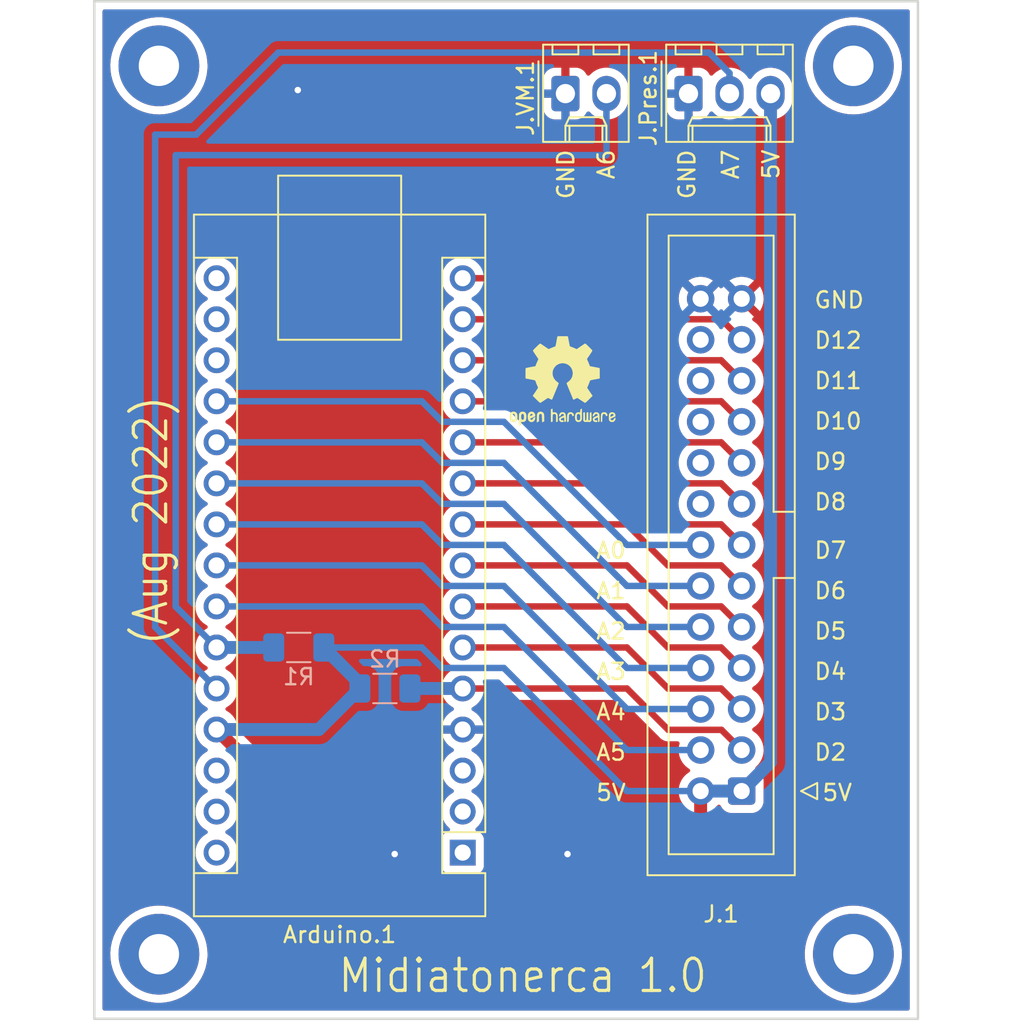
<source format=kicad_pcb>
(kicad_pcb (version 20211014) (generator pcbnew)
  (layers (0 "F.Cu" signal) (31 "B.Cu" signal) (34 "B.Paste" user) (35 "F.Paste" user) (36 "B.SilkS" user "B.Silkscreen") (37 "F.SilkS" user "F.Silkscreen") (38 "B.Mask" user) (39 "F.Mask" user) (44 "Edge.Cuts" user))
  (net 0 "")
  (net 4 "GND")
  (net 5 "arduino_D3")
  (net 6 "arduino_D4")
  (net 7 "arduino_D5")
  (net 8 "arduino_D6")
  (net 9 "arduino_D7")
  (net 10 "arduino_D8")
  (net 11 "arduino_D9")
  (net 12 "arduino_D10")
  (net 13 "arduino_D11")
  (net 14 "arduino_D12")
  (net 18 "arduino_A0")
  (net 19 "arduino_A1")
  (net 20 "arduino_A2")
  (net 21 "arduino_A3")
  (net 22 "arduino_A4")
  (net 23 "arduino_A5")
  (net 24 "+5V")
  (net 28 "arduino_D2")
  (net 29 "arduino_A6")
  (net 30 "arduino_A7")
  (footprint "MountingHole:MountingHole_2.5mm_Pad" (layer "F.Cu") (at 108 44)
    (fp_text reference "" (at 0 -3.5) (layer "F.SilkS"))
    (fp_text value "MountingHole_2.5mm_Pad")
    (pad "1" thru_hole circle (at 0 0) (size 5 5) (drill 2.5) (layers *.Cu *.Mask))
  )
  (footprint "MountingHole:MountingHole_2.5mm_Pad" (layer "F.Cu") (at 65 44)
    (fp_text reference "" (at 0 -3.5) (layer "F.SilkS"))
    (fp_text value "MountingHole_2.5mm_Pad")
    (pad "1" thru_hole circle (at 0 0) (size 5 5) (drill 2.5) (layers *.Cu *.Mask))
  )
  (footprint "MountingHole:MountingHole_2.5mm_Pad" (layer "F.Cu") (at 108 99)
    (fp_text reference "" (at 0 -3.5) (layer "F.SilkS"))
    (fp_text value "MountingHole_2.5mm_Pad")
    (pad "1" thru_hole circle (at 0 0) (size 5 5) (drill 2.5) (layers *.Cu *.Mask))
  )
  (footprint "Connector_Molex:Molex_KK-254_AE-6410-03A_1x03_P2.54mm_Vertical" (layer "F.Cu") (at 97.79 45.72)
    (fp_text reference "J.Pres.1" (at -2.49 0.28 270) (layer "F.SilkS"))
    (fp_text value "Conn_01x03_Male")
    (pad "1" thru_hole roundrect (at 0 0) (size 1.74 2.19) (drill 1.19) (layers *.Cu *.Mask) (roundrect_rratio 0.1436781609) (net 4 "GND"))
    (pad "2" thru_hole oval (at 2.54 0) (size 1.74 2.19) (drill 1.19) (layers *.Cu *.Mask) (net 30 "arduino_A7"))
    (pad "3" thru_hole oval (at 5.08 0) (size 1.74 2.19) (drill 1.19) (layers *.Cu *.Mask) (net 24 "+5V"))
  )
  (footprint "Symbol:OSHW-Logo2_7.3x6mm_SilkScreen" (layer "F.Cu") (at 90 63.5)
    (fp_text reference "REF**" hide)
    (fp_text value "OSHW-Logo2_7.3x6mm_SilkScreen" hide)
  )
  (footprint "Connector_Molex:Molex_KK-254_AE-6410-02A_1x02_P2.54mm_Vertical" (layer "F.Cu") (at 90.17 45.72)
    (fp_text reference "J.VM.1" (at -2.47 0.28 90) (layer "F.SilkS"))
    (fp_text value "Conn_01x02_Male")
    (pad "1" thru_hole roundrect (at 0 0) (size 1.74 2.19) (drill 1.19) (layers *.Cu *.Mask) (roundrect_rratio 0.1436781609) (net 4 "GND"))
    (pad "2" thru_hole oval (at 2.54 0) (size 1.74 2.19) (drill 1.19) (layers *.Cu *.Mask) (net 29 "arduino_A6"))
  )
  (footprint "Connector_IDC:IDC-Header_2x13_P2.54mm_Vertical" (layer "F.Cu") (at 101.0825 88.9 180)
    (fp_text reference "J.1" (at 1.27 -7.62) (layer "F.SilkS"))
    (fp_text value "Conn_02x13_Odd_Even")
    (pad "1" thru_hole roundrect (at 0 0 180) (size 1.7 1.7) (drill 1) (layers *.Cu *.Mask) (roundrect_rratio 0.1470588235) (net 24 "+5V"))
    (pad "2" thru_hole circle (at 2.54 0 180) (size 1.7 1.7) (drill 1) (layers *.Cu *.Mask) (net 24 "+5V"))
    (pad "3" thru_hole circle (at 0 2.54 180) (size 1.7 1.7) (drill 1) (layers *.Cu *.Mask) (net 28 "arduino_D2"))
    (pad "4" thru_hole circle (at 2.54 2.54 180) (size 1.7 1.7) (drill 1) (layers *.Cu *.Mask) (net 23 "arduino_A5"))
    (pad "5" thru_hole circle (at 0 5.08 180) (size 1.7 1.7) (drill 1) (layers *.Cu *.Mask) (net 5 "arduino_D3"))
    (pad "6" thru_hole circle (at 2.54 5.08 180) (size 1.7 1.7) (drill 1) (layers *.Cu *.Mask) (net 22 "arduino_A4"))
    (pad "7" thru_hole circle (at 0 7.62 180) (size 1.7 1.7) (drill 1) (layers *.Cu *.Mask) (net 6 "arduino_D4"))
    (pad "8" thru_hole circle (at 2.54 7.62 180) (size 1.7 1.7) (drill 1) (layers *.Cu *.Mask) (net 21 "arduino_A3"))
    (pad "9" thru_hole circle (at 0 10.16 180) (size 1.7 1.7) (drill 1) (layers *.Cu *.Mask) (net 7 "arduino_D5"))
    (pad "10" thru_hole circle (at 2.54 10.16 180) (size 1.7 1.7) (drill 1) (layers *.Cu *.Mask) (net 20 "arduino_A2"))
    (pad "11" thru_hole circle (at 0 12.7 180) (size 1.7 1.7) (drill 1) (layers *.Cu *.Mask) (net 8 "arduino_D6"))
    (pad "12" thru_hole circle (at 2.54 12.7 180) (size 1.7 1.7) (drill 1) (layers *.Cu *.Mask) (net 19 "arduino_A1"))
    (pad "13" thru_hole circle (at 0 15.24 180) (size 1.7 1.7) (drill 1) (layers *.Cu *.Mask) (net 9 "arduino_D7"))
    (pad "14" thru_hole circle (at 2.54 15.24 180) (size 1.7 1.7) (drill 1) (layers *.Cu *.Mask) (net 18 "arduino_A0"))
    (pad "15" thru_hole circle (at 0 17.78 180) (size 1.7 1.7) (drill 1) (layers *.Cu *.Mask) (net 10 "arduino_D8"))
    (pad "16" thru_hole circle (at 2.54 17.78 180) (size 1.7 1.7) (drill 1) (layers *.Cu *.Mask))
    (pad "17" thru_hole circle (at 0 20.32 180) (size 1.7 1.7) (drill 1) (layers *.Cu *.Mask) (net 11 "arduino_D9"))
    (pad "18" thru_hole circle (at 2.54 20.32 180) (size 1.7 1.7) (drill 1) (layers *.Cu *.Mask))
    (pad "19" thru_hole circle (at 0 22.86 180) (size 1.7 1.7) (drill 1) (layers *.Cu *.Mask) (net 12 "arduino_D10"))
    (pad "20" thru_hole circle (at 2.54 22.86 180) (size 1.7 1.7) (drill 1) (layers *.Cu *.Mask))
    (pad "21" thru_hole circle (at 0 25.4 180) (size 1.7 1.7) (drill 1) (layers *.Cu *.Mask) (net 13 "arduino_D11"))
    (pad "22" thru_hole circle (at 2.54 25.4 180) (size 1.7 1.7) (drill 1) (layers *.Cu *.Mask))
    (pad "23" thru_hole circle (at 0 27.94 180) (size 1.7 1.7) (drill 1) (layers *.Cu *.Mask) (net 14 "arduino_D12"))
    (pad "24" thru_hole circle (at 2.54 27.94 180) (size 1.7 1.7) (drill 1) (layers *.Cu *.Mask))
    (pad "25" thru_hole circle (at 0 30.48 180) (size 1.7 1.7) (drill 1) (layers *.Cu *.Mask) (net 4 "GND"))
    (pad "26" thru_hole circle (at 2.54 30.48 180) (size 1.7 1.7) (drill 1) (layers *.Cu *.Mask) (net 4 "GND"))
  )
  (footprint "Module:Arduino_Nano" (layer "F.Cu") (at 83.81 92.71 180)
    (fp_text reference "Arduino.1" (at 7.62 -5.08) (layer "F.SilkS"))
    (fp_text value "Arduino_Nano_v3.x")
    (pad "1" thru_hole rect (at 0 0 180) (size 1.6 1.6) (drill 1) (layers *.Cu *.Mask))
    (pad "2" thru_hole oval (at 0 2.54 180) (size 1.6 1.6) (drill 1) (layers *.Cu *.Mask))
    (pad "3" thru_hole oval (at 0 5.08 180) (size 1.6 1.6) (drill 1) (layers *.Cu *.Mask))
    (pad "4" thru_hole oval (at 0 7.62 180) (size 1.6 1.6) (drill 1) (layers *.Cu *.Mask) (net 4 "GND"))
    (pad "5" thru_hole oval (at 0 10.16 180) (size 1.6 1.6) (drill 1) (layers *.Cu *.Mask) (net 28 "arduino_D2"))
    (pad "6" thru_hole oval (at 0 12.7 180) (size 1.6 1.6) (drill 1) (layers *.Cu *.Mask) (net 5 "arduino_D3"))
    (pad "7" thru_hole oval (at 0 15.24 180) (size 1.6 1.6) (drill 1) (layers *.Cu *.Mask) (net 6 "arduino_D4"))
    (pad "8" thru_hole oval (at 0 17.78 180) (size 1.6 1.6) (drill 1) (layers *.Cu *.Mask) (net 7 "arduino_D5"))
    (pad "9" thru_hole oval (at 0 20.32 180) (size 1.6 1.6) (drill 1) (layers *.Cu *.Mask) (net 8 "arduino_D6"))
    (pad "10" thru_hole oval (at 0 22.86 180) (size 1.6 1.6) (drill 1) (layers *.Cu *.Mask) (net 9 "arduino_D7"))
    (pad "11" thru_hole oval (at 0 25.4 180) (size 1.6 1.6) (drill 1) (layers *.Cu *.Mask) (net 10 "arduino_D8"))
    (pad "12" thru_hole oval (at 0 27.94 180) (size 1.6 1.6) (drill 1) (layers *.Cu *.Mask) (net 11 "arduino_D9"))
    (pad "13" thru_hole oval (at 0 30.48 180) (size 1.6 1.6) (drill 1) (layers *.Cu *.Mask) (net 12 "arduino_D10"))
    (pad "14" thru_hole oval (at 0 33.02 180) (size 1.6 1.6) (drill 1) (layers *.Cu *.Mask) (net 13 "arduino_D11"))
    (pad "15" thru_hole oval (at 0 35.56 180) (size 1.6 1.6) (drill 1) (layers *.Cu *.Mask) (net 14 "arduino_D12"))
    (pad "16" thru_hole oval (at 15.24 35.56 180) (size 1.6 1.6) (drill 1) (layers *.Cu *.Mask))
    (pad "17" thru_hole oval (at 15.24 33.02 180) (size 1.6 1.6) (drill 1) (layers *.Cu *.Mask))
    (pad "18" thru_hole oval (at 15.24 30.48 180) (size 1.6 1.6) (drill 1) (layers *.Cu *.Mask))
    (pad "19" thru_hole oval (at 15.24 27.94 180) (size 1.6 1.6) (drill 1) (layers *.Cu *.Mask) (net 18 "arduino_A0"))
    (pad "20" thru_hole oval (at 15.24 25.4 180) (size 1.6 1.6) (drill 1) (layers *.Cu *.Mask) (net 19 "arduino_A1"))
    (pad "21" thru_hole oval (at 15.24 22.86 180) (size 1.6 1.6) (drill 1) (layers *.Cu *.Mask) (net 20 "arduino_A2"))
    (pad "22" thru_hole oval (at 15.24 20.32 180) (size 1.6 1.6) (drill 1) (layers *.Cu *.Mask) (net 21 "arduino_A3"))
    (pad "23" thru_hole oval (at 15.24 17.78 180) (size 1.6 1.6) (drill 1) (layers *.Cu *.Mask) (net 22 "arduino_A4"))
    (pad "24" thru_hole oval (at 15.24 15.24 180) (size 1.6 1.6) (drill 1) (layers *.Cu *.Mask) (net 23 "arduino_A5"))
    (pad "25" thru_hole oval (at 15.24 12.7 180) (size 1.6 1.6) (drill 1) (layers *.Cu *.Mask) (net 29 "arduino_A6"))
    (pad "26" thru_hole oval (at 15.24 10.16 180) (size 1.6 1.6) (drill 1) (layers *.Cu *.Mask) (net 30 "arduino_A7"))
    (pad "27" thru_hole oval (at 15.24 7.62 180) (size 1.6 1.6) (drill 1) (layers *.Cu *.Mask) (net 24 "+5V"))
    (pad "28" thru_hole oval (at 15.24 5.08 180) (size 1.6 1.6) (drill 1) (layers *.Cu *.Mask))
    (pad "29" thru_hole oval (at 15.24 2.54 180) (size 1.6 1.6) (drill 1) (layers *.Cu *.Mask))
    (pad "30" thru_hole oval (at 15.24 0 180) (size 1.6 1.6) (drill 1) (layers *.Cu *.Mask))
  )
  (footprint "MountingHole:MountingHole_2.5mm_Pad" (layer "F.Cu") (at 65 99)
    (fp_text reference "" (at 0 -3.5) (layer "F.SilkS"))
    (fp_text value "MountingHole_2.5mm_Pad")
    (pad "1" thru_hole circle (at 0 0) (size 5 5) (drill 2.5) (layers *.Cu *.Mask))
  )
  (footprint "Resistor_SMD:R_1206_3216Metric_Pad1.30x1.75mm_HandSolder" (layer "B.Cu") (at 78.994 82.55 180)
    (fp_text reference "R2" (at 0 1.82) (layer "B.SilkS") (effects (justify mirror)))
    (fp_text value "10k")
    (pad "1" smd roundrect (at -1.55 0 180) (size 1.3 1.75) (layers "B.Cu" "B.Paste" "B.Mask") (roundrect_rratio 0.1923076923) (net 28 "arduino_D2"))
    (pad "2" smd roundrect (at 1.55 0 180) (size 1.3 1.75) (layers "B.Cu" "B.Paste" "B.Mask") (roundrect_rratio 0.1923076923) (net 24 "+5V"))
  )
  (footprint "Resistor_SMD:R_1206_3216Metric_Pad1.30x1.75mm_HandSolder" (layer "B.Cu") (at 73.66 80.01)
    (fp_text reference "R1" (at 0 1.82) (layer "B.SilkS") (effects (justify mirror)))
    (fp_text value "10k")
    (pad "1" smd roundrect (at -1.55 0) (size 1.3 1.75) (layers "B.Cu" "B.Paste" "B.Mask") (roundrect_rratio 0.1923076923) (net 29 "arduino_A6"))
    (pad "2" smd roundrect (at 1.55 0) (size 1.3 1.75) (layers "B.Cu" "B.Paste" "B.Mask") (roundrect_rratio 0.1923076923) (net 24 "+5V"))
  )
  (gr_rect (start 61 40) (end 112 103) (layer "Edge.Cuts") (width 0.15) (fill none))
  (gr_text "A5" (at 94 86.5) (layer "F.SilkS") (effects (font (size 1 1)) (justify right)))
  (gr_text "Midiatonerca 1.0" (at 99.06 100.33) (layer "F.SilkS") (effects (font (size 2 1.8) (thickness 0.2)) (justify right)))
  (gr_text "D6" (at 105.5 76.5) (layer "F.SilkS") (effects (font (size 1 1)) (justify left)))
  (gr_text "A0" (at 94 74) (layer "F.SilkS") (effects (font (size 1 1)) (justify right)))
  (gr_text "5V" (at 94 89) (layer "F.SilkS") (effects (font (size 1 1)) (justify right)))
  (gr_text "A6" (at 92.7 49.1 90) (layer "F.SilkS") (effects (font (size 1 1)) (justify right)))
  (gr_text "D5" (at 105.5 79) (layer "F.SilkS") (effects (font (size 1 1)) (justify left)))
  (gr_text "GND" (at 105.5 58.5) (layer "F.SilkS") (effects (font (size 1 1)) (justify left)))
  (gr_text "GND" (at 97.7 49.1 90) (layer "F.SilkS") (effects (font (size 1 1)) (justify right)))
  (gr_text "A1" (at 94 76.5) (layer "F.SilkS") (effects (font (size 1 1)) (justify right)))
  (gr_text "GND" (at 90.2 49.1 90) (layer "F.SilkS") (effects (font (size 1 1)) (justify right)))
  (gr_text "D10" (at 105.5 66) (layer "F.SilkS") (effects (font (size 1 1)) (justify left)))
  (gr_text "(Aug 2022)" (at 64.5 80 90) (layer "F.SilkS") (effects (font (size 2 1.8) (thickness 0.2)) (justify left)))
  (gr_text "5V" (at 106 89) (layer "F.SilkS") (effects (font (size 1 1)) (justify left)))
  (gr_text "A3" (at 94 81.5) (layer "F.SilkS") (effects (font (size 1 1)) (justify right)))
  (gr_text "A7" (at 100.4 49.1 90) (layer "F.SilkS") (effects (font (size 1 1)) (justify right)))
  (gr_text "D4" (at 105.5 81.5) (layer "F.SilkS") (effects (font (size 1 1)) (justify left)))
  (gr_text "D11" (at 105.5 63.5) (layer "F.SilkS") (effects (font (size 1 1)) (justify left)))
  (gr_text "D7" (at 105.5 74) (layer "F.SilkS") (effects (font (size 1 1)) (justify left)))
  (gr_text "A4" (at 94 84) (layer "F.SilkS") (effects (font (size 1 1)) (justify right)))
  (gr_text "D8" (at 105.5 71) (layer "F.SilkS") (effects (font (size 1 1)) (justify left)))
  (gr_text "5V" (at 102.9 49.1 90) (layer "F.SilkS") (effects (font (size 1 1)) (justify right)))
  (gr_text "D12" (at 105.5 61) (layer "F.SilkS") (effects (font (size 1 1)) (justify left)))
  (gr_text "D9" (at 105.5 68.5) (layer "F.SilkS") (effects (font (size 1 1)) (justify left)))
  (gr_text "D3" (at 105.5 84) (layer "F.SilkS") (effects (font (size 1 1)) (justify left)))
  (gr_text "A2" (at 94 79) (layer "F.SilkS") (effects (font (size 1 1)) (justify right)))
  (gr_text "D2" (at 105.5 86.5) (layer "F.SilkS") (effects (font (size 1 1)) (justify left)))
  (via (at 73.6 45.5) (size 0.8) (drill 0.4) (layers "F.Cu" "B.Cu") (net 4))
  (via (at 90.3 92.8) (size 0.8) (drill 0.4) (layers "F.Cu" "B.Cu") (net 4))
  (via (at 79.6 92.8) (size 0.8) (drill 0.4) (layers "F.Cu" "B.Cu") (net 4))
  (segment (start 101.0825 83.82) (end 99.8125 82.55) (width 0.4) (layer "F.Cu") (net 5))
  (segment (start 96.52 82.55) (end 93.98 80.01) (width 0.4) (layer "F.Cu") (net 5))
  (segment (start 99.8125 82.55) (end 96.52 82.55) (width 0.4) (layer "F.Cu") (net 5))
  (segment (start 83.81 80.01) (end 93.98 80.01) (width 0.4) (layer "F.Cu") (net 5))
  (segment (start 96.52 80.01) (end 93.98 77.47) (width 0.4) (layer "F.Cu") (net 6))
  (segment (start 83.81 77.47) (end 93.98 77.47) (width 0.4) (layer "F.Cu") (net 6))
  (segment (start 99.8125 80.01) (end 96.52 80.01) (width 0.4) (layer "F.Cu") (net 6))
  (segment (start 101.0825 81.28) (end 99.8125 80.01) (width 0.4) (layer "F.Cu") (net 6))
  (segment (start 83.81 74.93) (end 93.98 74.93) (width 0.4) (layer "F.Cu") (net 7))
  (segment (start 99.8125 77.47) (end 96.52 77.47) (width 0.4) (layer "F.Cu") (net 7))
  (segment (start 96.52 77.47) (end 93.98 74.93) (width 0.4) (layer "F.Cu") (net 7))
  (segment (start 101.0825 78.74) (end 99.8125 77.47) (width 0.4) (layer "F.Cu") (net 7))
  (segment (start 96.52 74.93) (end 93.98 72.39) (width 0.4) (layer "F.Cu") (net 8))
  (segment (start 99.8125 74.93) (end 96.52 74.93) (width 0.4) (layer "F.Cu") (net 8))
  (segment (start 83.81 72.39) (end 93.98 72.39) (width 0.4) (layer "F.Cu") (net 8))
  (segment (start 101.0825 76.2) (end 99.8125 74.93) (width 0.4) (layer "F.Cu") (net 8))
  (segment (start 83.81 69.85) (end 93.98 69.85) (width 0.4) (layer "F.Cu") (net 9))
  (segment (start 101.0825 73.66) (end 99.8125 72.39) (width 0.4) (layer "F.Cu") (net 9))
  (segment (start 99.8125 72.39) (end 96.52 72.39) (width 0.4) (layer "F.Cu") (net 9))
  (segment (start 96.52 72.39) (end 93.98 69.85) (width 0.4) (layer "F.Cu") (net 9))
  (segment (start 96.52 69.85) (end 93.98 67.31) (width 0.4) (layer "F.Cu") (net 10))
  (segment (start 83.81 67.31) (end 93.98 67.31) (width 0.4) (layer "F.Cu") (net 10))
  (segment (start 101.0825 71.12) (end 99.8125 69.85) (width 0.4) (layer "F.Cu") (net 10))
  (segment (start 99.8125 69.85) (end 96.52 69.85) (width 0.4) (layer "F.Cu") (net 10))
  (segment (start 96.52 67.31) (end 93.98 64.77) (width 0.4) (layer "F.Cu") (net 11))
  (segment (start 83.81 64.77) (end 93.98 64.77) (width 0.4) (layer "F.Cu") (net 11))
  (segment (start 99.8125 67.31) (end 96.52 67.31) (width 0.4) (layer "F.Cu") (net 11))
  (segment (start 101.0825 68.58) (end 99.8125 67.31) (width 0.4) (layer "F.Cu") (net 11))
  (segment (start 96.52 64.77) (end 93.98 62.23) (width 0.4) (layer "F.Cu") (net 12))
  (segment (start 83.81 62.23) (end 93.98 62.23) (width 0.4) (layer "F.Cu") (net 12))
  (segment (start 99.8125 64.77) (end 96.52 64.77) (width 0.4) (layer "F.Cu") (net 12))
  (segment (start 101.0825 66.04) (end 99.8125 64.77) (width 0.4) (layer "F.Cu") (net 12))
  (segment (start 96.52 62.23) (end 93.98 59.69) (width 0.4) (layer "F.Cu") (net 13))
  (segment (start 99.8125 62.23) (end 96.52 62.23) (width 0.4) (layer "F.Cu") (net 13))
  (segment (start 83.81 59.69) (end 93.98 59.69) (width 0.4) (layer "F.Cu") (net 13))
  (segment (start 101.0825 63.5) (end 99.8125 62.23) (width 0.4) (layer "F.Cu") (net 13))
  (segment (start 101.0825 60.96) (end 99.8125 59.69) (width 0.4) (layer "F.Cu") (net 14))
  (segment (start 83.81 57.15) (end 93.98 57.15) (width 0.4) (layer "F.Cu") (net 14))
  (segment (start 96.52 59.69) (end 93.98 57.15) (width 0.4) (layer "F.Cu") (net 14))
  (segment (start 99.8125 59.69) (end 96.52 59.69) (width 0.4) (layer "F.Cu") (net 14))
  (segment (start 93.98 73.66) (end 86.36 66.04) (width 0.4) (layer "B.Cu") (net 18))
  (segment (start 82.55 66.04) (end 86.36 66.04) (width 0.4) (layer "B.Cu") (net 18))
  (segment (start 98.5425 73.66) (end 93.98 73.66) (width 0.4) (layer "B.Cu") (net 18))
  (segment (start 68.57 64.77) (end 81.28 64.77) (width 0.4) (layer "B.Cu") (net 18))
  (segment (start 81.28 64.77) (end 82.55 66.04) (width 0.4) (layer "B.Cu") (net 18))
  (segment (start 82.55 68.58) (end 86.36 68.58) (width 0.4) (layer "B.Cu") (net 19))
  (segment (start 68.57 67.31) (end 81.28 67.31) (width 0.4) (layer "B.Cu") (net 19))
  (segment (start 93.98 76.2) (end 86.36 68.58) (width 0.4) (layer "B.Cu") (net 19))
  (segment (start 81.28 67.31) (end 82.55 68.58) (width 0.4) (layer "B.Cu") (net 19))
  (segment (start 98.5425 76.2) (end 93.98 76.2) (width 0.4) (layer "B.Cu") (net 19))
  (segment (start 93.98 78.74) (end 86.36 71.12) (width 0.4) (layer "B.Cu") (net 20))
  (segment (start 82.55 71.12) (end 86.36 71.12) (width 0.4) (layer "B.Cu") (net 20))
  (segment (start 81.28 69.85) (end 82.55 71.12) (width 0.4) (layer "B.Cu") (net 20))
  (segment (start 68.57 69.85) (end 81.28 69.85) (width 0.4) (layer "B.Cu") (net 20))
  (segment (start 98.5425 78.74) (end 93.98 78.74) (width 0.4) (layer "B.Cu") (net 20))
  (segment (start 93.98 81.28) (end 86.36 73.66) (width 0.4) (layer "B.Cu") (net 21))
  (segment (start 68.57 72.39) (end 81.28 72.39) (width 0.4) (layer "B.Cu") (net 21))
  (segment (start 98.5425 81.28) (end 93.98 81.28) (width 0.4) (layer "B.Cu") (net 21))
  (segment (start 81.28 72.39) (end 82.55 73.66) (width 0.4) (layer "B.Cu") (net 21))
  (segment (start 82.55 73.66) (end 86.36 73.66) (width 0.4) (layer "B.Cu") (net 21))
  (segment (start 81.28 74.93) (end 82.55 76.2) (width 0.4) (layer "B.Cu") (net 22))
  (segment (start 98.5425 83.82) (end 93.98 83.82) (width 0.4) (layer "B.Cu") (net 22))
  (segment (start 68.57 74.93) (end 81.28 74.93) (width 0.4) (layer "B.Cu") (net 22))
  (segment (start 82.55 76.2) (end 86.36 76.2) (width 0.4) (layer "B.Cu") (net 22))
  (segment (start 93.98 83.82) (end 86.36 76.2) (width 0.4) (layer "B.Cu") (net 22))
  (segment (start 93.98 86.36) (end 86.36 78.74) (width 0.4) (layer "B.Cu") (net 23))
  (segment (start 98.5425 86.36) (end 93.98 86.36) (width 0.4) (layer "B.Cu") (net 23))
  (segment (start 82.55 78.74) (end 86.36 78.74) (width 0.4) (layer "B.Cu") (net 23))
  (segment (start 68.57 77.47) (end 81.28 77.47) (width 0.4) (layer "B.Cu") (net 23))
  (segment (start 81.28 77.47) (end 82.55 78.74) (width 0.4) (layer "B.Cu") (net 23))
  (segment (start 78.73 95.25) (end 95.25 95.25) (width 0.8) (layer "F.Cu") (net 24))
  (segment (start 98.5425 91.9575) (end 98.5425 88.9) (width 0.8) (layer "F.Cu") (net 24))
  (segment (start 95.25 95.25) (end 98.5425 91.9575) (width 0.8) (layer "F.Cu") (net 24))
  (segment (start 68.57 85.09) (end 78.73 95.25) (width 0.8) (layer "F.Cu") (net 24))
  (segment (start 77.444 82.244) (end 75.21 80.01) (width 0.8) (layer "B.Cu") (net 24))
  (segment (start 74.904 85.09) (end 77.444 82.55) (width 0.8) (layer "B.Cu") (net 24))
  (segment (start 98.5425 88.9) (end 93.98 88.9) (width 0.4) (layer "B.Cu") (net 24))
  (segment (start 93.98 88.9) (end 86.36 81.28) (width 0.4) (layer "B.Cu") (net 24))
  (segment (start 102.87 45.72) (end 102.87 87.1125) (width 0.8) (layer "B.Cu") (net 24))
  (segment (start 102.87 87.1125) (end 101.0825 88.9) (width 0.8) (layer "B.Cu") (net 24))
  (segment (start 77.444 82.55) (end 77.444 82.244) (width 0.8) (layer "B.Cu") (net 24))
  (segment (start 82.55 81.28) (end 81.28 80.01) (width 0.4) (layer "B.Cu") (net 24))
  (segment (start 68.57 85.09) (end 74.904 85.09) (width 0.8) (layer "B.Cu") (net 24))
  (segment (start 86.36 81.28) (end 82.55 81.28) (width 0.4) (layer "B.Cu") (net 24))
  (segment (start 101.0825 88.9) (end 98.5425 88.9) (width 0.8) (layer "B.Cu") (net 24))
  (segment (start 75.21 80.01) (end 81.28 80.01) (width 0.4) (layer "B.Cu") (net 24))
  (segment (start 101.0825 86.36) (end 99.8325 85.11) (width 0.4) (layer "F.Cu") (net 28))
  (segment (start 83.81 82.55) (end 93.98 82.55) (width 0.4) (layer "F.Cu") (net 28))
  (segment (start 99.8325 85.11) (end 96.54 85.11) (width 0.4) (layer "F.Cu") (net 28))
  (segment (start 96.54 85.11) (end 93.98 82.55) (width 0.4) (layer "F.Cu") (net 28))
  (segment (start 80.544 82.55) (end 83.81 82.55) (width 0.8) (layer "B.Cu") (net 28))
  (segment (start 68.57 80.01) (end 72.11 80.01) (width 0.8) (layer "B.Cu") (net 29))
  (segment (start 92.71 49.53) (end 66.04 49.53) (width 0.4) (layer "B.Cu") (net 29))
  (segment (start 66.04 77.48) (end 68.57 80.01) (width 0.4) (layer "B.Cu") (net 29))
  (segment (start 66.04 49.53) (end 66.04 77.48) (width 0.4) (layer "B.Cu") (net 29))
  (segment (start 92.71 45.72) (end 92.71 49.53) (width 0.4) (layer "B.Cu") (net 29))
  (segment (start 100.33 45.72) (end 100.33 44.45) (width 0.4) (layer "B.Cu") (net 30))
  (segment (start 67.31 48.26) (end 64.77 48.26) (width 0.4) (layer "B.Cu") (net 30))
  (segment (start 64.77 48.26) (end 64.77 78.75) (width 0.4) (layer "B.Cu") (net 30))
  (segment (start 99.06 43.18) (end 72.39 43.18) (width 0.4) (layer "B.Cu") (net 30))
  (segment (start 72.39 43.18) (end 67.31 48.26) (width 0.4) (layer "B.Cu") (net 30))
  (segment (start 64.77 78.75) (end 68.57 82.55) (width 0.4) (layer "B.Cu") (net 30))
  (segment (start 100.33 44.45) (end 99.06 43.18) (width 0.4) (layer "B.Cu") (net 30))
  (zone (net 4) (net_name "GND") (layer "F.Cu") (connect_pads (clearance 0.508)) (min_thickness 0.254) (fill yes (thermal_gap 0.508) (thermal_bridge_width 0.508))
    (polygon (pts (xy 112 103) (xy 61 103) (xy 61 40) (xy 112 40)))
  )
  (zone (net 4) (net_name "GND") (layer "B.Cu") (connect_pads (clearance 0.508)) (min_thickness 0.254) (fill yes (thermal_gap 0.508) (thermal_bridge_width 0.508))
    (polygon (pts (xy 112 103) (xy 61 103) (xy 61 40) (xy 112 40)))
  )
)
</source>
